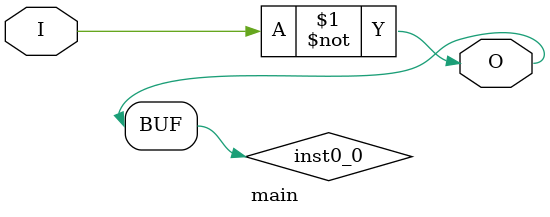
<source format=v>
module main (input  I, output  O);
wire  inst0_0;
not inst0 (inst0_0, I);
assign O = inst0_0;
endmodule


</source>
